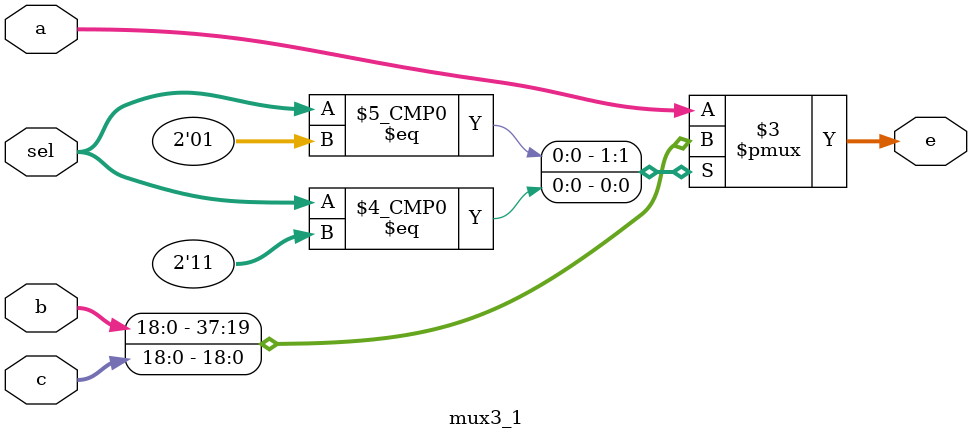
<source format=v>
`timescale 1ns / 1ps


module mux3_1(
    input [18:0] a, b, c,
    input [1:0] sel,
    output reg [18:0] e
);
always @(*) begin
    case(sel)
        2'b00: e = a;  
        2'b01: e = b;  
        2'b11: e = c;                             
        default: e = a;                           
    endcase                                       
end
endmodule
</source>
